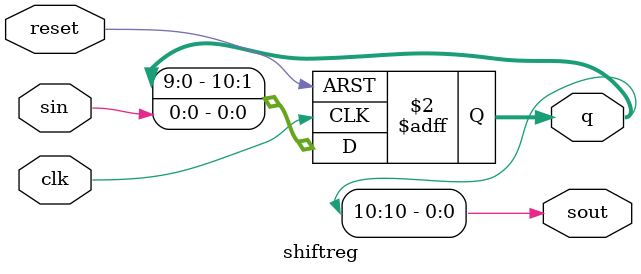
<source format=sv>
module shiftreg #(parameter N = 11)
	(input logic clk,
	 input logic reset,
	 input logic sin,
	 output logic [N-1:0] q,
	 output logic sout);
	 

	 always_ff @(posedge clk,posedge reset)
		if(reset) q <= 0;
		else q <= {q[N-2:0],sin};
		
	
	 assign sout = q[N-1];
		
		
	
endmodule
	
	 
</source>
